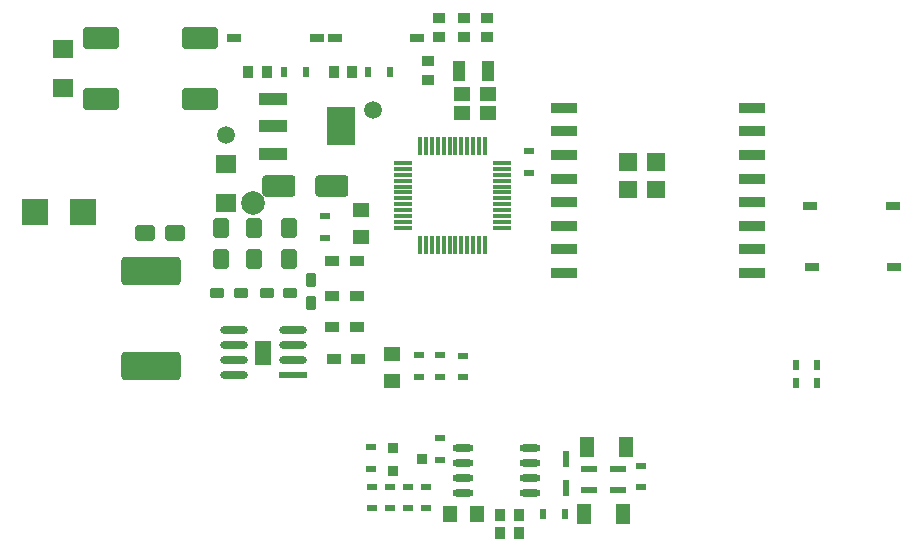
<source format=gtp>
G04*
G04 #@! TF.GenerationSoftware,Altium Limited,Altium Designer,23.6.0 (18)*
G04*
G04 Layer_Color=8421504*
%FSLAX44Y44*%
%MOMM*%
G71*
G04*
G04 #@! TF.SameCoordinates,157544A1-0EA0-4F56-A15C-28E52037D784*
G04*
G04*
G04 #@! TF.FilePolarity,Positive*
G04*
G01*
G75*
%ADD25R,1.3355X2.1355*%
G04:AMPARAMS|DCode=26|XSize=0.28mm|YSize=1.56mm|CornerRadius=0.07mm|HoleSize=0mm|Usage=FLASHONLY|Rotation=0.000|XOffset=0mm|YOffset=0mm|HoleType=Round|Shape=RoundedRectangle|*
%AMROUNDEDRECTD26*
21,1,0.2800,1.4200,0,0,0.0*
21,1,0.1400,1.5600,0,0,0.0*
1,1,0.1400,0.0700,-0.7100*
1,1,0.1400,-0.0700,-0.7100*
1,1,0.1400,-0.0700,0.7100*
1,1,0.1400,0.0700,0.7100*
%
%ADD26ROUNDEDRECTD26*%
G04:AMPARAMS|DCode=27|XSize=0.28mm|YSize=1.56mm|CornerRadius=0.07mm|HoleSize=0mm|Usage=FLASHONLY|Rotation=270.000|XOffset=0mm|YOffset=0mm|HoleType=Round|Shape=RoundedRectangle|*
%AMROUNDEDRECTD27*
21,1,0.2800,1.4200,0,0,270.0*
21,1,0.1400,1.5600,0,0,270.0*
1,1,0.1400,-0.7100,-0.0700*
1,1,0.1400,-0.7100,0.0700*
1,1,0.1400,0.7100,0.0700*
1,1,0.1400,0.7100,-0.0700*
%
%ADD27ROUNDEDRECTD27*%
%ADD28R,0.9000X0.6000*%
%ADD29R,2.2000X0.9000*%
%ADD30R,1.4000X1.2000*%
%ADD31R,0.6000X0.9000*%
%ADD32R,0.9000X1.0000*%
%ADD33R,1.2000X0.8000*%
%ADD34O,1.8000X0.6000*%
G04:AMPARAMS|DCode=35|XSize=0.9mm|YSize=1.2mm|CornerRadius=0.1125mm|HoleSize=0mm|Usage=FLASHONLY|Rotation=90.000|XOffset=0mm|YOffset=0mm|HoleType=Round|Shape=RoundedRectangle|*
%AMROUNDEDRECTD35*
21,1,0.9000,0.9750,0,0,90.0*
21,1,0.6750,1.2000,0,0,90.0*
1,1,0.2250,0.4875,0.3375*
1,1,0.2250,0.4875,-0.3375*
1,1,0.2250,-0.4875,-0.3375*
1,1,0.2250,-0.4875,0.3375*
%
%ADD35ROUNDEDRECTD35*%
%ADD36C,2.0000*%
%ADD37R,2.3531X0.6221*%
G04:AMPARAMS|DCode=38|XSize=2.3531mm|YSize=0.6221mm|CornerRadius=0.3111mm|HoleSize=0mm|Usage=FLASHONLY|Rotation=180.000|XOffset=0mm|YOffset=0mm|HoleType=Round|Shape=RoundedRectangle|*
%AMROUNDEDRECTD38*
21,1,2.3531,0.0000,0,0,180.0*
21,1,1.7310,0.6221,0,0,180.0*
1,1,0.6221,-0.8655,0.0000*
1,1,0.6221,0.8655,0.0000*
1,1,0.6221,0.8655,0.0000*
1,1,0.6221,-0.8655,0.0000*
%
%ADD38ROUNDEDRECTD38*%
G04:AMPARAMS|DCode=39|XSize=1.35mm|YSize=1.62mm|CornerRadius=0.1688mm|HoleSize=0mm|Usage=FLASHONLY|Rotation=90.000|XOffset=0mm|YOffset=0mm|HoleType=Round|Shape=RoundedRectangle|*
%AMROUNDEDRECTD39*
21,1,1.3500,1.2825,0,0,90.0*
21,1,1.0125,1.6200,0,0,90.0*
1,1,0.3375,0.6413,0.5063*
1,1,0.3375,0.6413,-0.5063*
1,1,0.3375,-0.6413,-0.5063*
1,1,0.3375,-0.6413,0.5063*
%
%ADD39ROUNDEDRECTD39*%
%ADD40R,1.0000X1.8000*%
%ADD41R,1.0000X0.9000*%
%ADD42R,1.2700X1.6510*%
%ADD43R,0.9500X0.9000*%
%ADD44R,1.3500X0.5500*%
%ADD45R,0.5500X1.3500*%
%ADD46R,2.2860X2.3000*%
%ADD47R,1.3970X1.2700*%
%ADD48R,1.6510X1.5240*%
G04:AMPARAMS|DCode=49|XSize=1.35mm|YSize=1.62mm|CornerRadius=0.1688mm|HoleSize=0mm|Usage=FLASHONLY|Rotation=180.000|XOffset=0mm|YOffset=0mm|HoleType=Round|Shape=RoundedRectangle|*
%AMROUNDEDRECTD49*
21,1,1.3500,1.2825,0,0,180.0*
21,1,1.0125,1.6200,0,0,180.0*
1,1,0.3375,-0.5063,0.6413*
1,1,0.3375,0.5063,0.6413*
1,1,0.3375,0.5063,-0.6413*
1,1,0.3375,-0.5063,-0.6413*
%
%ADD49ROUNDEDRECTD49*%
G04:AMPARAMS|DCode=50|XSize=2.794mm|YSize=1.8mm|CornerRadius=0.225mm|HoleSize=0mm|Usage=FLASHONLY|Rotation=180.000|XOffset=0mm|YOffset=0mm|HoleType=Round|Shape=RoundedRectangle|*
%AMROUNDEDRECTD50*
21,1,2.7940,1.3500,0,0,180.0*
21,1,2.3440,1.8000,0,0,180.0*
1,1,0.4500,-1.1720,0.6750*
1,1,0.4500,1.1720,0.6750*
1,1,0.4500,1.1720,-0.6750*
1,1,0.4500,-1.1720,-0.6750*
%
%ADD50ROUNDEDRECTD50*%
%ADD51R,2.4000X1.0000*%
%ADD52R,2.4000X3.3000*%
G04:AMPARAMS|DCode=53|XSize=2.4mm|YSize=5mm|CornerRadius=0.3mm|HoleSize=0mm|Usage=FLASHONLY|Rotation=90.000|XOffset=0mm|YOffset=0mm|HoleType=Round|Shape=RoundedRectangle|*
%AMROUNDEDRECTD53*
21,1,2.4000,4.4000,0,0,90.0*
21,1,1.8000,5.0000,0,0,90.0*
1,1,0.6000,2.2000,0.9000*
1,1,0.6000,2.2000,-0.9000*
1,1,0.6000,-2.2000,-0.9000*
1,1,0.6000,-2.2000,0.9000*
%
%ADD53ROUNDEDRECTD53*%
%ADD54R,1.2700X1.3970*%
G04:AMPARAMS|DCode=55|XSize=0.9mm|YSize=1.17mm|CornerRadius=0.1125mm|HoleSize=0mm|Usage=FLASHONLY|Rotation=90.000|XOffset=0mm|YOffset=0mm|HoleType=Round|Shape=RoundedRectangle|*
%AMROUNDEDRECTD55*
21,1,0.9000,0.9450,0,0,90.0*
21,1,0.6750,1.1700,0,0,90.0*
1,1,0.2250,0.4725,0.3375*
1,1,0.2250,0.4725,-0.3375*
1,1,0.2250,-0.4725,-0.3375*
1,1,0.2250,-0.4725,0.3375*
%
%ADD55ROUNDEDRECTD55*%
%ADD56C,1.5000*%
G04:AMPARAMS|DCode=57|XSize=3.048mm|YSize=1.8mm|CornerRadius=0.225mm|HoleSize=0mm|Usage=FLASHONLY|Rotation=0.000|XOffset=0mm|YOffset=0mm|HoleType=Round|Shape=RoundedRectangle|*
%AMROUNDEDRECTD57*
21,1,3.0480,1.3500,0,0,0.0*
21,1,2.5980,1.8000,0,0,0.0*
1,1,0.4500,1.2990,-0.6750*
1,1,0.4500,-1.2990,-0.6750*
1,1,0.4500,-1.2990,0.6750*
1,1,0.4500,1.2990,0.6750*
%
%ADD57ROUNDEDRECTD57*%
G04:AMPARAMS|DCode=58|XSize=0.9mm|YSize=1.17mm|CornerRadius=0.1125mm|HoleSize=0mm|Usage=FLASHONLY|Rotation=180.000|XOffset=0mm|YOffset=0mm|HoleType=Round|Shape=RoundedRectangle|*
%AMROUNDEDRECTD58*
21,1,0.9000,0.9450,0,0,180.0*
21,1,0.6750,1.1700,0,0,180.0*
1,1,0.2250,-0.3375,0.4725*
1,1,0.2250,0.3375,0.4725*
1,1,0.2250,0.3375,-0.4725*
1,1,0.2250,-0.3375,-0.4725*
%
%ADD58ROUNDEDRECTD58*%
G36*
X619740Y264290D02*
X604840D01*
Y279190D01*
X619740D01*
Y264290D01*
D02*
G37*
G36*
Y287790D02*
X604840D01*
Y302690D01*
X619740D01*
Y287790D01*
D02*
G37*
G36*
X643240Y264290D02*
X628340D01*
Y279190D01*
X643240D01*
Y264290D01*
D02*
G37*
G36*
Y287790D02*
X628340D01*
Y302690D01*
X643240D01*
Y287790D01*
D02*
G37*
D25*
X303530Y133350D02*
D03*
D26*
X491050Y308500D02*
D03*
X486050D02*
D03*
X481050D02*
D03*
X476050D02*
D03*
X471050D02*
D03*
X466050D02*
D03*
X461050D02*
D03*
X456050D02*
D03*
X451050D02*
D03*
X446050D02*
D03*
X441050D02*
D03*
X436050D02*
D03*
Y224900D02*
D03*
X441050D02*
D03*
X446050D02*
D03*
X451050D02*
D03*
X456050D02*
D03*
X461050D02*
D03*
X466050D02*
D03*
X471050D02*
D03*
X476050D02*
D03*
X481050D02*
D03*
X486050D02*
D03*
X491050D02*
D03*
D27*
X421750Y294200D02*
D03*
Y289200D02*
D03*
Y284200D02*
D03*
Y279200D02*
D03*
Y274200D02*
D03*
Y269200D02*
D03*
Y264200D02*
D03*
Y259200D02*
D03*
Y254200D02*
D03*
Y249200D02*
D03*
Y244200D02*
D03*
Y239200D02*
D03*
X505350D02*
D03*
Y244200D02*
D03*
Y249200D02*
D03*
Y254200D02*
D03*
Y259200D02*
D03*
Y264200D02*
D03*
Y269200D02*
D03*
Y274200D02*
D03*
Y279200D02*
D03*
Y284200D02*
D03*
Y289200D02*
D03*
Y294200D02*
D03*
D28*
X453389Y131188D02*
D03*
X453390Y113029D02*
D03*
X472441Y112652D02*
D03*
X472440Y130811D02*
D03*
X435610Y113029D02*
D03*
X435609Y131188D02*
D03*
X528319Y303908D02*
D03*
X528320Y285749D02*
D03*
X395632Y19836D02*
D03*
X395633Y1677D02*
D03*
X410872Y19836D02*
D03*
X410873Y1677D02*
D03*
X426112Y2054D02*
D03*
X426111Y20213D02*
D03*
X394971Y35182D02*
D03*
X394970Y53341D02*
D03*
X355600Y248921D02*
D03*
X355601Y230762D02*
D03*
X441352Y19836D02*
D03*
X441353Y1677D02*
D03*
X622961Y37994D02*
D03*
X622962Y19835D02*
D03*
X453390Y60961D02*
D03*
X453391Y42802D02*
D03*
D29*
X557540Y200990D02*
D03*
Y220990D02*
D03*
Y240990D02*
D03*
Y260990D02*
D03*
Y280990D02*
D03*
Y300990D02*
D03*
Y320990D02*
D03*
Y340990D02*
D03*
X717540Y200990D02*
D03*
Y220990D02*
D03*
Y240990D02*
D03*
Y260990D02*
D03*
Y280990D02*
D03*
Y300990D02*
D03*
Y320990D02*
D03*
Y340990D02*
D03*
D30*
X493600Y336170D02*
D03*
X471600D02*
D03*
Y352170D02*
D03*
X493600D02*
D03*
D31*
X321309Y370840D02*
D03*
X339468Y370841D02*
D03*
X754002Y107949D02*
D03*
X772161Y107950D02*
D03*
Y123190D02*
D03*
X754002Y123189D02*
D03*
X410588Y370841D02*
D03*
X392429Y370840D02*
D03*
X558570Y-3024D02*
D03*
X540411Y-3025D02*
D03*
D32*
X306450Y370840D02*
D03*
X290450D02*
D03*
X503810Y-19050D02*
D03*
X519810D02*
D03*
X362840Y370840D02*
D03*
X378840D02*
D03*
X519810Y-3810D02*
D03*
X503810D02*
D03*
D33*
X348690Y400050D02*
D03*
X278690D02*
D03*
X363780D02*
D03*
X433780D02*
D03*
X767640Y205740D02*
D03*
X837640D02*
D03*
X766370Y257810D02*
D03*
X836370D02*
D03*
D34*
X472792Y52855D02*
D03*
Y40155D02*
D03*
Y27455D02*
D03*
Y14755D02*
D03*
X529292Y52855D02*
D03*
Y40155D02*
D03*
Y27455D02*
D03*
Y14755D02*
D03*
D35*
X383794Y128270D02*
D03*
X362966D02*
D03*
X361696Y154940D02*
D03*
X382524Y154940D02*
D03*
X361696Y210820D02*
D03*
X382524D02*
D03*
Y181610D02*
D03*
X361696D02*
D03*
D36*
X294640Y260350D02*
D03*
D37*
X328296Y114300D02*
D03*
D38*
Y127000D02*
D03*
Y139700D02*
D03*
Y152400D02*
D03*
X278764D02*
D03*
Y139700D02*
D03*
Y127000D02*
D03*
Y114300D02*
D03*
D39*
X202946Y234950D02*
D03*
X228854D02*
D03*
D40*
X468830Y372110D02*
D03*
X493830D02*
D03*
D41*
X492760Y400940D02*
D03*
Y416940D02*
D03*
X473710Y416940D02*
D03*
Y400940D02*
D03*
X452120Y400940D02*
D03*
Y416940D02*
D03*
X443230Y364110D02*
D03*
Y380110D02*
D03*
D42*
X607722Y-3026D02*
D03*
X574702Y-3026D02*
D03*
X610262Y54124D02*
D03*
X577242Y54124D02*
D03*
D43*
X412950Y33680D02*
D03*
X437950Y43180D02*
D03*
X412950Y52680D02*
D03*
D44*
X578962Y17295D02*
D03*
X603462D02*
D03*
X578962Y35075D02*
D03*
X603462D02*
D03*
D45*
X559462Y43515D02*
D03*
Y19015D02*
D03*
D46*
X110490Y252730D02*
D03*
X151130D02*
D03*
D47*
X412750Y132080D02*
D03*
Y109220D02*
D03*
X386080Y254000D02*
D03*
Y231140D02*
D03*
D48*
X271780Y293625D02*
D03*
Y260605D02*
D03*
X134012Y357910D02*
D03*
Y390930D02*
D03*
D49*
X325120Y239014D02*
D03*
Y213106D02*
D03*
X295910Y213106D02*
D03*
Y239014D02*
D03*
X267970D02*
D03*
Y213106D02*
D03*
D50*
X316484Y274320D02*
D03*
X361696D02*
D03*
D51*
X311360Y348120D02*
D03*
X311360Y325120D02*
D03*
X311360Y302120D02*
D03*
D52*
X369360Y325120D02*
D03*
D53*
X208280Y203060D02*
D03*
Y122060D02*
D03*
D54*
X461672Y-3025D02*
D03*
X484532D02*
D03*
D55*
X284226Y184150D02*
D03*
X264414D02*
D03*
X306324D02*
D03*
X326136D02*
D03*
D56*
X396240Y339090D02*
D03*
X271780Y317500D02*
D03*
D57*
X165582Y399665D02*
D03*
Y348665D02*
D03*
X249762Y399665D02*
D03*
Y348665D02*
D03*
D58*
X344170Y175514D02*
D03*
Y195326D02*
D03*
M02*

</source>
